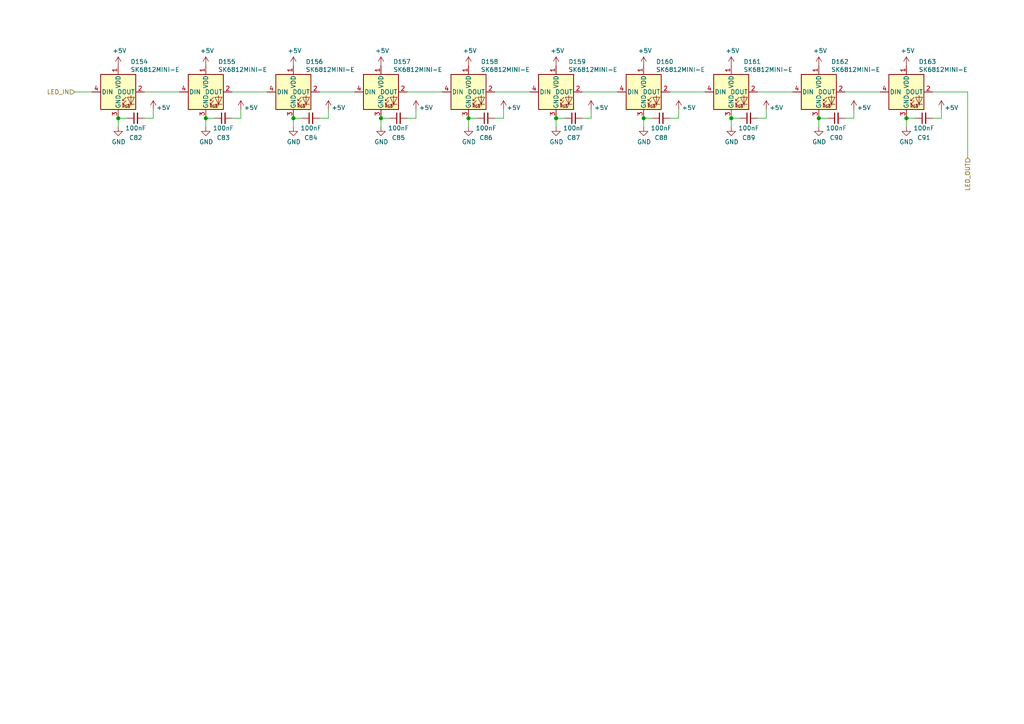
<source format=kicad_sch>
(kicad_sch (version 20210406) (generator eeschema)
  (paper "A4")
  (lib_symbols
    (symbol "Device:C_Small" (pin_numbers hide) (pin_names (offset 0.254) hide)
      (property "Reference" "C" (at 0.254 1.778 0))
      (property "Value" "C_Small" (at 0.254 -2.032 0))
      (symbol "C_Small_0_1"
        (polyline (pts (xy -1.524 -0.508) (xy 1.524 -0.508)) (stroke (width 0.3302)))
        (polyline (pts (xy -1.524 0.508) (xy 1.524 0.508)) (stroke (width 0.3048)))
      )
      (symbol "C_Small_1_1"
        (pin passive line (at 0 2.54 270) (length 2.032) (name "~") (number "1"))
        (pin passive line (at 0 -2.54 90) (length 2.032) (name "~") (number "2"))
      )
    )
    (symbol "chonc60:SK6812MINI-E_10" (pin_names (offset 0.254))
      (property "Reference" "D" (at 5.08 5.715 0))
      (property "Value" "SK6812MINI-E" (at 1.27 -5.715 0))
      (symbol "SK6812MINI-E_10_0_0"
        (text "RGB" (at 2.286 -4.191 0) (effects (font (size 0.762 0.762))))
      )
      (symbol "SK6812MINI-E_10_0_1"
        (rectangle (start 5.08 5.08) (end -5.08 -5.08) (stroke (width 0.254)) (fill (type background)))
        (polyline (pts (xy 1.27 -3.556) (xy 1.778 -3.556)))
        (polyline (pts (xy 1.27 -2.54) (xy 1.778 -2.54)))
        (polyline (pts (xy 4.699 -3.556) (xy 2.667 -3.556)))
        (polyline (pts (xy 2.286 -2.54) (xy 1.27 -3.556) (xy 1.27 -3.048)))
        (polyline (pts (xy 2.286 -1.524) (xy 1.27 -2.54) (xy 1.27 -2.032)))
        (polyline (pts (xy 3.683 -1.016) (xy 3.683 -3.556) (xy 3.683 -4.064)))
        (polyline (pts (xy 4.699 -1.524) (xy 2.667 -1.524) (xy 3.683 -3.556) (xy 4.699 -1.524)))
      )
      (symbol "SK6812MINI-E_10_1_1"
        (pin power_in line (at 0 7.62 270) (length 2.54) (name "VDD") (number "1"))
        (pin output line (at 7.62 0 180) (length 2.54) (name "DOUT") (number "2"))
        (pin power_in line (at 0 -7.62 90) (length 2.54) (name "GND") (number "3"))
        (pin input line (at -7.62 0 0) (length 2.54) (name "DIN") (number "4"))
      )
    )
    (symbol "chonc60:SK6812MINI-E_11" (pin_names (offset 0.254))
      (property "Reference" "D" (at 5.08 5.715 0))
      (property "Value" "SK6812MINI-E" (at 1.27 -5.715 0))
      (symbol "SK6812MINI-E_11_0_0"
        (text "RGB" (at 2.286 -4.191 0) (effects (font (size 0.762 0.762))))
      )
      (symbol "SK6812MINI-E_11_0_1"
        (rectangle (start 5.08 5.08) (end -5.08 -5.08) (stroke (width 0.254)) (fill (type background)))
        (polyline (pts (xy 1.27 -3.556) (xy 1.778 -3.556)))
        (polyline (pts (xy 1.27 -2.54) (xy 1.778 -2.54)))
        (polyline (pts (xy 4.699 -3.556) (xy 2.667 -3.556)))
        (polyline (pts (xy 2.286 -2.54) (xy 1.27 -3.556) (xy 1.27 -3.048)))
        (polyline (pts (xy 2.286 -1.524) (xy 1.27 -2.54) (xy 1.27 -2.032)))
        (polyline (pts (xy 3.683 -1.016) (xy 3.683 -3.556) (xy 3.683 -4.064)))
        (polyline (pts (xy 4.699 -1.524) (xy 2.667 -1.524) (xy 3.683 -3.556) (xy 4.699 -1.524)))
      )
      (symbol "SK6812MINI-E_11_1_1"
        (pin power_in line (at 0 7.62 270) (length 2.54) (name "VDD") (number "1"))
        (pin output line (at 7.62 0 180) (length 2.54) (name "DOUT") (number "2"))
        (pin power_in line (at 0 -7.62 90) (length 2.54) (name "GND") (number "3"))
        (pin input line (at -7.62 0 0) (length 2.54) (name "DIN") (number "4"))
      )
    )
    (symbol "chonc60:SK6812MINI-E_14" (pin_names (offset 0.254))
      (property "Reference" "D" (at 5.08 5.715 0))
      (property "Value" "SK6812MINI-E" (at 1.27 -5.715 0))
      (symbol "SK6812MINI-E_14_0_0"
        (text "RGB" (at 2.286 -4.191 0) (effects (font (size 0.762 0.762))))
      )
      (symbol "SK6812MINI-E_14_0_1"
        (rectangle (start 5.08 5.08) (end -5.08 -5.08) (stroke (width 0.254)) (fill (type background)))
        (polyline (pts (xy 1.27 -3.556) (xy 1.778 -3.556)))
        (polyline (pts (xy 1.27 -2.54) (xy 1.778 -2.54)))
        (polyline (pts (xy 4.699 -3.556) (xy 2.667 -3.556)))
        (polyline (pts (xy 2.286 -2.54) (xy 1.27 -3.556) (xy 1.27 -3.048)))
        (polyline (pts (xy 2.286 -1.524) (xy 1.27 -2.54) (xy 1.27 -2.032)))
        (polyline (pts (xy 3.683 -1.016) (xy 3.683 -3.556) (xy 3.683 -4.064)))
        (polyline (pts (xy 4.699 -1.524) (xy 2.667 -1.524) (xy 3.683 -3.556) (xy 4.699 -1.524)))
      )
      (symbol "SK6812MINI-E_14_1_1"
        (pin power_in line (at 0 7.62 270) (length 2.54) (name "VDD") (number "1"))
        (pin output line (at 7.62 0 180) (length 2.54) (name "DOUT") (number "2"))
        (pin power_in line (at 0 -7.62 90) (length 2.54) (name "GND") (number "3"))
        (pin input line (at -7.62 0 0) (length 2.54) (name "DIN") (number "4"))
      )
    )
    (symbol "chonc60:SK6812MINI-E_3" (pin_names (offset 0.254))
      (property "Reference" "D" (at 5.08 5.715 0))
      (property "Value" "SK6812MINI-E" (at 1.27 -5.715 0))
      (symbol "SK6812MINI-E_3_0_0"
        (text "RGB" (at 2.286 -4.191 0) (effects (font (size 0.762 0.762))))
      )
      (symbol "SK6812MINI-E_3_0_1"
        (rectangle (start 5.08 5.08) (end -5.08 -5.08) (stroke (width 0.254)) (fill (type background)))
        (polyline (pts (xy 1.27 -3.556) (xy 1.778 -3.556)))
        (polyline (pts (xy 1.27 -2.54) (xy 1.778 -2.54)))
        (polyline (pts (xy 4.699 -3.556) (xy 2.667 -3.556)))
        (polyline (pts (xy 2.286 -2.54) (xy 1.27 -3.556) (xy 1.27 -3.048)))
        (polyline (pts (xy 2.286 -1.524) (xy 1.27 -2.54) (xy 1.27 -2.032)))
        (polyline (pts (xy 3.683 -1.016) (xy 3.683 -3.556) (xy 3.683 -4.064)))
        (polyline (pts (xy 4.699 -1.524) (xy 2.667 -1.524) (xy 3.683 -3.556) (xy 4.699 -1.524)))
      )
      (symbol "SK6812MINI-E_3_1_1"
        (pin power_in line (at 0 7.62 270) (length 2.54) (name "VDD") (number "1"))
        (pin output line (at 7.62 0 180) (length 2.54) (name "DOUT") (number "2"))
        (pin power_in line (at 0 -7.62 90) (length 2.54) (name "GND") (number "3"))
        (pin input line (at -7.62 0 0) (length 2.54) (name "DIN") (number "4"))
      )
    )
    (symbol "chonc60:SK6812MINI-E_4" (pin_names (offset 0.254))
      (property "Reference" "D" (at 5.08 5.715 0))
      (property "Value" "SK6812MINI-E" (at 1.27 -5.715 0))
      (symbol "SK6812MINI-E_4_0_0"
        (text "RGB" (at 2.286 -4.191 0) (effects (font (size 0.762 0.762))))
      )
      (symbol "SK6812MINI-E_4_0_1"
        (rectangle (start 5.08 5.08) (end -5.08 -5.08) (stroke (width 0.254)) (fill (type background)))
        (polyline (pts (xy 1.27 -3.556) (xy 1.778 -3.556)))
        (polyline (pts (xy 1.27 -2.54) (xy 1.778 -2.54)))
        (polyline (pts (xy 4.699 -3.556) (xy 2.667 -3.556)))
        (polyline (pts (xy 2.286 -2.54) (xy 1.27 -3.556) (xy 1.27 -3.048)))
        (polyline (pts (xy 2.286 -1.524) (xy 1.27 -2.54) (xy 1.27 -2.032)))
        (polyline (pts (xy 3.683 -1.016) (xy 3.683 -3.556) (xy 3.683 -4.064)))
        (polyline (pts (xy 4.699 -1.524) (xy 2.667 -1.524) (xy 3.683 -3.556) (xy 4.699 -1.524)))
      )
      (symbol "SK6812MINI-E_4_1_1"
        (pin power_in line (at 0 7.62 270) (length 2.54) (name "VDD") (number "1"))
        (pin output line (at 7.62 0 180) (length 2.54) (name "DOUT") (number "2"))
        (pin power_in line (at 0 -7.62 90) (length 2.54) (name "GND") (number "3"))
        (pin input line (at -7.62 0 0) (length 2.54) (name "DIN") (number "4"))
      )
    )
    (symbol "chonc60:SK6812MINI-E_5" (pin_names (offset 0.254))
      (property "Reference" "D" (at 5.08 5.715 0))
      (property "Value" "SK6812MINI-E" (at 1.27 -5.715 0))
      (symbol "SK6812MINI-E_5_0_0"
        (text "RGB" (at 2.286 -4.191 0) (effects (font (size 0.762 0.762))))
      )
      (symbol "SK6812MINI-E_5_0_1"
        (rectangle (start 5.08 5.08) (end -5.08 -5.08) (stroke (width 0.254)) (fill (type background)))
        (polyline (pts (xy 1.27 -3.556) (xy 1.778 -3.556)))
        (polyline (pts (xy 1.27 -2.54) (xy 1.778 -2.54)))
        (polyline (pts (xy 4.699 -3.556) (xy 2.667 -3.556)))
        (polyline (pts (xy 2.286 -2.54) (xy 1.27 -3.556) (xy 1.27 -3.048)))
        (polyline (pts (xy 2.286 -1.524) (xy 1.27 -2.54) (xy 1.27 -2.032)))
        (polyline (pts (xy 3.683 -1.016) (xy 3.683 -3.556) (xy 3.683 -4.064)))
        (polyline (pts (xy 4.699 -1.524) (xy 2.667 -1.524) (xy 3.683 -3.556) (xy 4.699 -1.524)))
      )
      (symbol "SK6812MINI-E_5_1_1"
        (pin power_in line (at 0 7.62 270) (length 2.54) (name "VDD") (number "1"))
        (pin output line (at 7.62 0 180) (length 2.54) (name "DOUT") (number "2"))
        (pin power_in line (at 0 -7.62 90) (length 2.54) (name "GND") (number "3"))
        (pin input line (at -7.62 0 0) (length 2.54) (name "DIN") (number "4"))
      )
    )
    (symbol "chonc60:SK6812MINI-E_6" (pin_names (offset 0.254))
      (property "Reference" "D" (at 5.08 5.715 0))
      (property "Value" "SK6812MINI-E" (at 1.27 -5.715 0))
      (symbol "SK6812MINI-E_6_0_0"
        (text "RGB" (at 2.286 -4.191 0) (effects (font (size 0.762 0.762))))
      )
      (symbol "SK6812MINI-E_6_0_1"
        (rectangle (start 5.08 5.08) (end -5.08 -5.08) (stroke (width 0.254)) (fill (type background)))
        (polyline (pts (xy 1.27 -3.556) (xy 1.778 -3.556)))
        (polyline (pts (xy 1.27 -2.54) (xy 1.778 -2.54)))
        (polyline (pts (xy 4.699 -3.556) (xy 2.667 -3.556)))
        (polyline (pts (xy 2.286 -2.54) (xy 1.27 -3.556) (xy 1.27 -3.048)))
        (polyline (pts (xy 2.286 -1.524) (xy 1.27 -2.54) (xy 1.27 -2.032)))
        (polyline (pts (xy 3.683 -1.016) (xy 3.683 -3.556) (xy 3.683 -4.064)))
        (polyline (pts (xy 4.699 -1.524) (xy 2.667 -1.524) (xy 3.683 -3.556) (xy 4.699 -1.524)))
      )
      (symbol "SK6812MINI-E_6_1_1"
        (pin power_in line (at 0 7.62 270) (length 2.54) (name "VDD") (number "1"))
        (pin output line (at 7.62 0 180) (length 2.54) (name "DOUT") (number "2"))
        (pin power_in line (at 0 -7.62 90) (length 2.54) (name "GND") (number "3"))
        (pin input line (at -7.62 0 0) (length 2.54) (name "DIN") (number "4"))
      )
    )
    (symbol "chonc60:SK6812MINI-E_7" (pin_names (offset 0.254))
      (property "Reference" "D" (at 5.08 5.715 0))
      (property "Value" "SK6812MINI-E" (at 1.27 -5.715 0))
      (symbol "SK6812MINI-E_7_0_0"
        (text "RGB" (at 2.286 -4.191 0) (effects (font (size 0.762 0.762))))
      )
      (symbol "SK6812MINI-E_7_0_1"
        (rectangle (start 5.08 5.08) (end -5.08 -5.08) (stroke (width 0.254)) (fill (type background)))
        (polyline (pts (xy 1.27 -3.556) (xy 1.778 -3.556)))
        (polyline (pts (xy 1.27 -2.54) (xy 1.778 -2.54)))
        (polyline (pts (xy 4.699 -3.556) (xy 2.667 -3.556)))
        (polyline (pts (xy 2.286 -2.54) (xy 1.27 -3.556) (xy 1.27 -3.048)))
        (polyline (pts (xy 2.286 -1.524) (xy 1.27 -2.54) (xy 1.27 -2.032)))
        (polyline (pts (xy 3.683 -1.016) (xy 3.683 -3.556) (xy 3.683 -4.064)))
        (polyline (pts (xy 4.699 -1.524) (xy 2.667 -1.524) (xy 3.683 -3.556) (xy 4.699 -1.524)))
      )
      (symbol "SK6812MINI-E_7_1_1"
        (pin power_in line (at 0 7.62 270) (length 2.54) (name "VDD") (number "1"))
        (pin output line (at 7.62 0 180) (length 2.54) (name "DOUT") (number "2"))
        (pin power_in line (at 0 -7.62 90) (length 2.54) (name "GND") (number "3"))
        (pin input line (at -7.62 0 0) (length 2.54) (name "DIN") (number "4"))
      )
    )
    (symbol "chonc60:SK6812MINI-E_8" (pin_names (offset 0.254))
      (property "Reference" "D" (at 5.08 5.715 0))
      (property "Value" "SK6812MINI-E" (at 1.27 -5.715 0))
      (symbol "SK6812MINI-E_8_0_0"
        (text "RGB" (at 2.286 -4.191 0) (effects (font (size 0.762 0.762))))
      )
      (symbol "SK6812MINI-E_8_0_1"
        (rectangle (start 5.08 5.08) (end -5.08 -5.08) (stroke (width 0.254)) (fill (type background)))
        (polyline (pts (xy 1.27 -3.556) (xy 1.778 -3.556)))
        (polyline (pts (xy 1.27 -2.54) (xy 1.778 -2.54)))
        (polyline (pts (xy 4.699 -3.556) (xy 2.667 -3.556)))
        (polyline (pts (xy 2.286 -2.54) (xy 1.27 -3.556) (xy 1.27 -3.048)))
        (polyline (pts (xy 2.286 -1.524) (xy 1.27 -2.54) (xy 1.27 -2.032)))
        (polyline (pts (xy 3.683 -1.016) (xy 3.683 -3.556) (xy 3.683 -4.064)))
        (polyline (pts (xy 4.699 -1.524) (xy 2.667 -1.524) (xy 3.683 -3.556) (xy 4.699 -1.524)))
      )
      (symbol "SK6812MINI-E_8_1_1"
        (pin power_in line (at 0 7.62 270) (length 2.54) (name "VDD") (number "1"))
        (pin output line (at 7.62 0 180) (length 2.54) (name "DOUT") (number "2"))
        (pin power_in line (at 0 -7.62 90) (length 2.54) (name "GND") (number "3"))
        (pin input line (at -7.62 0 0) (length 2.54) (name "DIN") (number "4"))
      )
    )
    (symbol "chonc60:SK6812MINI-E_9" (pin_names (offset 0.254))
      (property "Reference" "D" (at 5.08 5.715 0))
      (property "Value" "SK6812MINI-E" (at 1.27 -5.715 0))
      (symbol "SK6812MINI-E_9_0_0"
        (text "RGB" (at 2.286 -4.191 0) (effects (font (size 0.762 0.762))))
      )
      (symbol "SK6812MINI-E_9_0_1"
        (rectangle (start 5.08 5.08) (end -5.08 -5.08) (stroke (width 0.254)) (fill (type background)))
        (polyline (pts (xy 1.27 -3.556) (xy 1.778 -3.556)))
        (polyline (pts (xy 1.27 -2.54) (xy 1.778 -2.54)))
        (polyline (pts (xy 4.699 -3.556) (xy 2.667 -3.556)))
        (polyline (pts (xy 2.286 -2.54) (xy 1.27 -3.556) (xy 1.27 -3.048)))
        (polyline (pts (xy 2.286 -1.524) (xy 1.27 -2.54) (xy 1.27 -2.032)))
        (polyline (pts (xy 3.683 -1.016) (xy 3.683 -3.556) (xy 3.683 -4.064)))
        (polyline (pts (xy 4.699 -1.524) (xy 2.667 -1.524) (xy 3.683 -3.556) (xy 4.699 -1.524)))
      )
      (symbol "SK6812MINI-E_9_1_1"
        (pin power_in line (at 0 7.62 270) (length 2.54) (name "VDD") (number "1"))
        (pin output line (at 7.62 0 180) (length 2.54) (name "DOUT") (number "2"))
        (pin power_in line (at 0 -7.62 90) (length 2.54) (name "GND") (number "3"))
        (pin input line (at -7.62 0 0) (length 2.54) (name "DIN") (number "4"))
      )
    )
    (symbol "power:+5V" (power) (pin_names (offset 0))
      (property "Value" "+5V" (at 0 3.556 0))
      (symbol "+5V_0_1"
        (polyline (pts (xy -0.762 1.27) (xy 0 2.54)))
        (polyline (pts (xy 0 0) (xy 0 2.54)))
        (polyline (pts (xy 0 2.54) (xy 0.762 1.27)))
      )
      (symbol "+5V_1_1"
        (pin power_in line (at 0 0 90) (length 0) hide (name "+5V") (number "1"))
      )
    )
    (symbol "power:GND" (power) (pin_names (offset 0))
      (property "Value" "GND" (at 0 -3.81 0))
      (symbol "GND_0_1"
        (polyline (pts (xy 0 0) (xy 0 -1.27) (xy 1.27 -1.27) (xy 0 -2.54) (xy -1.27 -1.27) (xy 0 -1.27)))
      )
      (symbol "GND_1_1"
        (pin power_in line (at 0 0 270) (length 0) hide (name "GND") (number "1"))
      )
    )
  )
  (junction (at 34.29 34.29) (diameter 1.016))
  (junction (at 59.69 34.29) (diameter 1.016))
  (junction (at 85.09 34.29) (diameter 1.016))
  (junction (at 110.49 34.29) (diameter 1.016))
  (junction (at 135.89 34.29) (diameter 1.016))
  (junction (at 161.29 34.29) (diameter 1.016))
  (junction (at 186.69 34.29) (diameter 1.016))
  (junction (at 212.09 34.29) (diameter 1.016))
  (junction (at 237.49 34.29) (diameter 1.016))
  (junction (at 262.89 34.29) (diameter 1.016))
  (wire (pts (xy 21.59 26.67) (xy 26.67 26.67)))
  (wire (pts (xy 34.29 34.29) (xy 36.83 34.29)))
  (wire (pts (xy 34.29 36.83) (xy 34.29 34.29)))
  (wire (pts (xy 41.91 26.67) (xy 52.07 26.67)))
  (wire (pts (xy 41.91 34.29) (xy 44.45 34.29)))
  (wire (pts (xy 44.45 31.75) (xy 44.45 34.29)))
  (wire (pts (xy 59.69 34.29) (xy 62.23 34.29)))
  (wire (pts (xy 59.69 36.83) (xy 59.69 34.29)))
  (wire (pts (xy 67.31 26.67) (xy 77.47 26.67)))
  (wire (pts (xy 67.31 34.29) (xy 69.85 34.29)))
  (wire (pts (xy 69.85 31.75) (xy 69.85 34.29)))
  (wire (pts (xy 85.09 34.29) (xy 87.63 34.29)))
  (wire (pts (xy 85.09 36.83) (xy 85.09 34.29)))
  (wire (pts (xy 92.71 26.67) (xy 102.87 26.67)))
  (wire (pts (xy 92.71 34.29) (xy 95.25 34.29)))
  (wire (pts (xy 95.25 31.75) (xy 95.25 34.29)))
  (wire (pts (xy 110.49 34.29) (xy 113.03 34.29)))
  (wire (pts (xy 110.49 36.83) (xy 110.49 34.29)))
  (wire (pts (xy 118.11 26.67) (xy 128.27 26.67)))
  (wire (pts (xy 118.11 34.29) (xy 120.65 34.29)))
  (wire (pts (xy 120.65 31.75) (xy 120.65 34.29)))
  (wire (pts (xy 135.89 34.29) (xy 138.43 34.29)))
  (wire (pts (xy 135.89 36.83) (xy 135.89 34.29)))
  (wire (pts (xy 143.51 26.67) (xy 153.67 26.67)))
  (wire (pts (xy 143.51 34.29) (xy 146.05 34.29)))
  (wire (pts (xy 146.05 31.75) (xy 146.05 34.29)))
  (wire (pts (xy 161.29 34.29) (xy 163.83 34.29)))
  (wire (pts (xy 161.29 36.83) (xy 161.29 34.29)))
  (wire (pts (xy 168.91 26.67) (xy 179.07 26.67)))
  (wire (pts (xy 168.91 34.29) (xy 171.45 34.29)))
  (wire (pts (xy 171.45 31.75) (xy 171.45 34.29)))
  (wire (pts (xy 186.69 34.29) (xy 189.23 34.29)))
  (wire (pts (xy 186.69 36.83) (xy 186.69 34.29)))
  (wire (pts (xy 194.31 26.67) (xy 204.47 26.67)))
  (wire (pts (xy 194.31 34.29) (xy 196.85 34.29)))
  (wire (pts (xy 196.85 31.75) (xy 196.85 34.29)))
  (wire (pts (xy 212.09 34.29) (xy 214.63 34.29)))
  (wire (pts (xy 212.09 36.83) (xy 212.09 34.29)))
  (wire (pts (xy 219.71 26.67) (xy 229.87 26.67)))
  (wire (pts (xy 219.71 34.29) (xy 222.25 34.29)))
  (wire (pts (xy 222.25 31.75) (xy 222.25 34.29)))
  (wire (pts (xy 237.49 34.29) (xy 240.03 34.29)))
  (wire (pts (xy 237.49 36.83) (xy 237.49 34.29)))
  (wire (pts (xy 245.11 26.67) (xy 255.27 26.67)))
  (wire (pts (xy 245.11 34.29) (xy 247.65 34.29)))
  (wire (pts (xy 247.65 31.75) (xy 247.65 34.29)))
  (wire (pts (xy 262.89 34.29) (xy 265.43 34.29)))
  (wire (pts (xy 262.89 36.83) (xy 262.89 34.29)))
  (wire (pts (xy 270.51 26.67) (xy 280.67 26.67)))
  (wire (pts (xy 270.51 34.29) (xy 273.05 34.29)))
  (wire (pts (xy 273.05 31.75) (xy 273.05 34.29)))
  (wire (pts (xy 280.67 45.72) (xy 280.67 26.67)))
  (hierarchical_label "LED_IN" (shape input) (at 21.59 26.67 180))
  (hierarchical_label "LED_OUT" (shape input) (at 280.67 45.72 270))
  (symbol (lib_id "power:+5V") (at 34.29 19.05 0) (unit 1)
    (property "Reference" "#PWR0244" (effects hide))
    (property "Value" "+5V" (at 34.6583 14.7256 0))
  )
  (symbol (lib_id "power:+5V") (at 44.45 31.75 0) (unit 1)
    (property "Reference" "#PWR0254" (effects hide))
    (property "Value" "+5V" (at 47.3583 31.2356 0))
  )
  (symbol (lib_id "power:+5V") (at 59.69 19.05 0) (unit 1)
    (property "Reference" "#PWR0245" (effects hide))
    (property "Value" "+5V" (at 60.0583 14.7256 0))
  )
  (symbol (lib_id "power:+5V") (at 69.85 31.75 0) (unit 1)
    (property "Reference" "#PWR0255" (effects hide))
    (property "Value" "+5V" (at 72.7583 31.2356 0))
  )
  (symbol (lib_id "power:+5V") (at 85.09 19.05 0) (unit 1)
    (property "Reference" "#PWR0246" (effects hide))
    (property "Value" "+5V" (at 85.4583 14.7256 0))
  )
  (symbol (lib_id "power:+5V") (at 95.25 31.75 0) (unit 1)
    (property "Reference" "#PWR0256" (effects hide))
    (property "Value" "+5V" (at 98.1583 31.2356 0))
  )
  (symbol (lib_id "power:+5V") (at 110.49 19.05 0) (unit 1)
    (property "Reference" "#PWR0247" (effects hide))
    (property "Value" "+5V" (at 110.8583 14.7256 0))
  )
  (symbol (lib_id "power:+5V") (at 120.65 31.75 0) (unit 1)
    (property "Reference" "#PWR0257" (effects hide))
    (property "Value" "+5V" (at 123.5583 31.2356 0))
  )
  (symbol (lib_id "power:+5V") (at 135.89 19.05 0) (unit 1)
    (property "Reference" "#PWR0248" (effects hide))
    (property "Value" "+5V" (at 136.2583 14.7256 0))
  )
  (symbol (lib_id "power:+5V") (at 146.05 31.75 0) (unit 1)
    (property "Reference" "#PWR0258" (effects hide))
    (property "Value" "+5V" (at 148.9583 31.2356 0))
  )
  (symbol (lib_id "power:+5V") (at 161.29 19.05 0) (unit 1)
    (property "Reference" "#PWR0249" (effects hide))
    (property "Value" "+5V" (at 161.6583 14.7256 0))
  )
  (symbol (lib_id "power:+5V") (at 171.45 31.75 0) (unit 1)
    (property "Reference" "#PWR0259" (effects hide))
    (property "Value" "+5V" (at 174.3583 31.2356 0))
  )
  (symbol (lib_id "power:+5V") (at 186.69 19.05 0) (unit 1)
    (property "Reference" "#PWR0250" (effects hide))
    (property "Value" "+5V" (at 187.0583 14.7256 0))
  )
  (symbol (lib_id "power:+5V") (at 196.85 31.75 0) (unit 1)
    (property "Reference" "#PWR0260" (effects hide))
    (property "Value" "+5V" (at 199.7583 31.2356 0))
  )
  (symbol (lib_id "power:+5V") (at 212.09 19.05 0) (unit 1)
    (property "Reference" "#PWR0251" (effects hide))
    (property "Value" "+5V" (at 212.4583 14.7256 0))
  )
  (symbol (lib_id "power:+5V") (at 222.25 31.75 0) (unit 1)
    (property "Reference" "#PWR0261" (effects hide))
    (property "Value" "+5V" (at 225.1583 31.2356 0))
  )
  (symbol (lib_id "power:+5V") (at 237.49 19.05 0) (unit 1)
    (property "Reference" "#PWR0252" (effects hide))
    (property "Value" "+5V" (at 237.8583 14.7256 0))
  )
  (symbol (lib_id "power:+5V") (at 247.65 31.75 0) (unit 1)
    (property "Reference" "#PWR0262" (effects hide))
    (property "Value" "+5V" (at 250.5583 31.2356 0))
  )
  (symbol (lib_id "power:+5V") (at 262.89 19.05 0) (unit 1)
    (property "Reference" "#PWR0253" (effects hide))
    (property "Value" "+5V" (at 263.2583 14.7256 0))
  )
  (symbol (lib_id "power:+5V") (at 273.05 31.75 0) (unit 1)
    (property "Reference" "#PWR0263" (effects hide))
    (property "Value" "+5V" (at 275.9583 31.2356 0))
  )
  (symbol (lib_id "power:GND") (at 34.29 36.83 0) (unit 1)
    (property "Reference" "#PWR0264" (effects hide))
    (property "Value" "GND" (at 34.4043 41.1544 0))
  )
  (symbol (lib_id "power:GND") (at 59.69 36.83 0) (unit 1)
    (property "Reference" "#PWR0265" (effects hide))
    (property "Value" "GND" (at 59.8043 41.1544 0))
  )
  (symbol (lib_id "power:GND") (at 85.09 36.83 0) (unit 1)
    (property "Reference" "#PWR0266" (effects hide))
    (property "Value" "GND" (at 85.2043 41.1544 0))
  )
  (symbol (lib_id "power:GND") (at 110.49 36.83 0) (unit 1)
    (property "Reference" "#PWR0267" (effects hide))
    (property "Value" "GND" (at 110.6043 41.1544 0))
  )
  (symbol (lib_id "power:GND") (at 135.89 36.83 0) (unit 1)
    (property "Reference" "#PWR0268" (effects hide))
    (property "Value" "GND" (at 136.0043 41.1544 0))
  )
  (symbol (lib_id "power:GND") (at 161.29 36.83 0) (unit 1)
    (property "Reference" "#PWR0269" (effects hide))
    (property "Value" "GND" (at 161.4043 41.1544 0))
  )
  (symbol (lib_id "power:GND") (at 186.69 36.83 0) (unit 1)
    (property "Reference" "#PWR0270" (effects hide))
    (property "Value" "GND" (at 186.8043 41.1544 0))
  )
  (symbol (lib_id "power:GND") (at 212.09 36.83 0) (unit 1)
    (property "Reference" "#PWR0271" (effects hide))
    (property "Value" "GND" (at 212.2043 41.1544 0))
  )
  (symbol (lib_id "power:GND") (at 237.49 36.83 0) (unit 1)
    (property "Reference" "#PWR0272" (effects hide))
    (property "Value" "GND" (at 237.6043 41.1544 0))
  )
  (symbol (lib_id "power:GND") (at 262.89 36.83 0) (unit 1)
    (property "Reference" "#PWR053" (effects hide))
    (property "Value" "GND" (at 262.89 41.1544 0))
  )
  (symbol (lib_id "Device:C_Small") (at 39.37 34.29 90) (unit 1)
    (property "Reference" "C82" (at 39.37 39.9477 90))
    (property "Value" "100nF" (at 39.37 37.166 90))
    (property "Footprint" "Capacitor_SMD:C_0603_1608Metric" (effects hide))
  )
  (symbol (lib_id "Device:C_Small") (at 64.77 34.29 90) (unit 1)
    (property "Reference" "C83" (at 64.77 39.9477 90))
    (property "Value" "100nF" (at 64.77 37.166 90))
    (property "Footprint" "Capacitor_SMD:C_0603_1608Metric" (effects hide))
  )
  (symbol (lib_id "Device:C_Small") (at 90.17 34.29 90) (unit 1)
    (property "Reference" "C84" (at 90.17 39.9477 90))
    (property "Value" "100nF" (at 90.17 37.166 90))
    (property "Footprint" "Capacitor_SMD:C_0603_1608Metric" (effects hide))
  )
  (symbol (lib_id "Device:C_Small") (at 115.57 34.29 90) (unit 1)
    (property "Reference" "C85" (at 115.57 39.9477 90))
    (property "Value" "100nF" (at 115.57 37.166 90))
    (property "Footprint" "Capacitor_SMD:C_0603_1608Metric" (effects hide))
  )
  (symbol (lib_id "Device:C_Small") (at 140.97 34.29 90) (unit 1)
    (property "Reference" "C86" (at 140.97 39.9477 90))
    (property "Value" "100nF" (at 140.97 37.166 90))
    (property "Footprint" "Capacitor_SMD:C_0603_1608Metric" (effects hide))
  )
  (symbol (lib_id "Device:C_Small") (at 166.37 34.29 90) (unit 1)
    (property "Reference" "C87" (at 166.37 39.9477 90))
    (property "Value" "100nF" (at 166.37 37.166 90))
    (property "Footprint" "Capacitor_SMD:C_0603_1608Metric" (effects hide))
  )
  (symbol (lib_id "Device:C_Small") (at 191.77 34.29 90) (unit 1)
    (property "Reference" "C88" (at 191.77 39.9477 90))
    (property "Value" "100nF" (at 191.77 37.166 90))
    (property "Footprint" "Capacitor_SMD:C_0603_1608Metric" (effects hide))
  )
  (symbol (lib_id "Device:C_Small") (at 217.17 34.29 90) (unit 1)
    (property "Reference" "C89" (at 217.17 39.9477 90))
    (property "Value" "100nF" (at 217.17 37.166 90))
    (property "Footprint" "Capacitor_SMD:C_0603_1608Metric" (effects hide))
  )
  (symbol (lib_id "Device:C_Small") (at 242.57 34.29 90) (unit 1)
    (property "Reference" "C90" (at 242.57 39.9477 90))
    (property "Value" "100nF" (at 242.57 37.166 90))
    (property "Footprint" "Capacitor_SMD:C_0603_1608Metric" (effects hide))
  )
  (symbol (lib_id "Device:C_Small") (at 267.97 34.29 90) (unit 1)
    (property "Reference" "C91" (at 267.97 39.9477 90))
    (property "Value" "100nF" (at 267.97 37.166 90))
    (property "Footprint" "Capacitor_SMD:C_0603_1608Metric" (effects hide))
  )
  (symbol (lib_name "chonc60:SK6812MINI-E_14") (lib_id "chonc60:SK6812MINI-E") (at 34.29 26.67 0) (unit 1)
    (property "Reference" "D154" (at 37.8461 17.9006 0) (effects (justify left)))
    (property "Value" "SK6812MINI-E" (at 37.8461 20.1993 0) (effects (justify left)))
    (property "Footprint" "chonc60:LED_SK6812_MINI_E_REVERSE" (effects hide))
    (property "Datasheet" "https://ecksteinimg.de/Datasheet/LED/LED0011/SK6812MINI-E_REV02_EN.pdf" (effects hide))
    (property "License" "This symbol is based off of the SK6812 official KiCad symbol and is thus under its modified CC-BY-SA 4.0 license instead of MIT" (effects hide))
  )
  (symbol (lib_name "chonc60:SK6812MINI-E_11") (lib_id "chonc60:SK6812MINI-E") (at 59.69 26.67 0) (unit 1)
    (property "Reference" "D155" (at 63.2461 17.9006 0) (effects (justify left)))
    (property "Value" "SK6812MINI-E" (at 63.2461 20.1993 0) (effects (justify left)))
    (property "Footprint" "chonc60:LED_SK6812_MINI_E_REVERSE" (effects hide))
    (property "Datasheet" "https://ecksteinimg.de/Datasheet/LED/LED0011/SK6812MINI-E_REV02_EN.pdf" (effects hide))
    (property "License" "This symbol is based off of the SK6812 official KiCad symbol and is thus under its modified CC-BY-SA 4.0 license instead of MIT" (effects hide))
  )
  (symbol (lib_name "chonc60:SK6812MINI-E_10") (lib_id "chonc60:SK6812MINI-E") (at 85.09 26.67 0) (unit 1)
    (property "Reference" "D156" (at 88.6461 17.9006 0) (effects (justify left)))
    (property "Value" "SK6812MINI-E" (at 88.6461 20.1993 0) (effects (justify left)))
    (property "Footprint" "chonc60:LED_SK6812_MINI_E_REVERSE" (effects hide))
    (property "Datasheet" "https://ecksteinimg.de/Datasheet/LED/LED0011/SK6812MINI-E_REV02_EN.pdf" (effects hide))
    (property "License" "This symbol is based off of the SK6812 official KiCad symbol and is thus under its modified CC-BY-SA 4.0 license instead of MIT" (effects hide))
  )
  (symbol (lib_name "chonc60:SK6812MINI-E_7") (lib_id "chonc60:SK6812MINI-E") (at 110.49 26.67 0) (unit 1)
    (property "Reference" "D157" (at 114.0461 17.9006 0) (effects (justify left)))
    (property "Value" "SK6812MINI-E" (at 114.0461 20.1993 0) (effects (justify left)))
    (property "Footprint" "chonc60:LED_SK6812_MINI_E_REVERSE" (effects hide))
    (property "Datasheet" "https://ecksteinimg.de/Datasheet/LED/LED0011/SK6812MINI-E_REV02_EN.pdf" (effects hide))
    (property "License" "This symbol is based off of the SK6812 official KiCad symbol and is thus under its modified CC-BY-SA 4.0 license instead of MIT" (effects hide))
  )
  (symbol (lib_name "chonc60:SK6812MINI-E_8") (lib_id "chonc60:SK6812MINI-E") (at 135.89 26.67 0) (unit 1)
    (property "Reference" "D158" (at 139.4461 17.9006 0) (effects (justify left)))
    (property "Value" "SK6812MINI-E" (at 139.4461 20.1993 0) (effects (justify left)))
    (property "Footprint" "chonc60:LED_SK6812_MINI_E_REVERSE" (effects hide))
    (property "Datasheet" "https://ecksteinimg.de/Datasheet/LED/LED0011/SK6812MINI-E_REV02_EN.pdf" (effects hide))
    (property "License" "This symbol is based off of the SK6812 official KiCad symbol and is thus under its modified CC-BY-SA 4.0 license instead of MIT" (effects hide))
  )
  (symbol (lib_name "chonc60:SK6812MINI-E_6") (lib_id "chonc60:SK6812MINI-E") (at 161.29 26.67 0) (unit 1)
    (property "Reference" "D159" (at 164.8461 17.9006 0) (effects (justify left)))
    (property "Value" "SK6812MINI-E" (at 164.8461 20.1993 0) (effects (justify left)))
    (property "Footprint" "chonc60:LED_SK6812_MINI_E_REVERSE" (effects hide))
    (property "Datasheet" "https://ecksteinimg.de/Datasheet/LED/LED0011/SK6812MINI-E_REV02_EN.pdf" (effects hide))
    (property "License" "This symbol is based off of the SK6812 official KiCad symbol and is thus under its modified CC-BY-SA 4.0 license instead of MIT" (effects hide))
  )
  (symbol (lib_name "chonc60:SK6812MINI-E_9") (lib_id "chonc60:SK6812MINI-E") (at 186.69 26.67 0) (unit 1)
    (property "Reference" "D160" (at 190.2461 17.9006 0) (effects (justify left)))
    (property "Value" "SK6812MINI-E" (at 190.2461 20.1993 0) (effects (justify left)))
    (property "Footprint" "chonc60:LED_SK6812_MINI_E_REVERSE" (effects hide))
    (property "Datasheet" "https://ecksteinimg.de/Datasheet/LED/LED0011/SK6812MINI-E_REV02_EN.pdf" (effects hide))
    (property "License" "This symbol is based off of the SK6812 official KiCad symbol and is thus under its modified CC-BY-SA 4.0 license instead of MIT" (effects hide))
  )
  (symbol (lib_name "chonc60:SK6812MINI-E_3") (lib_id "chonc60:SK6812MINI-E") (at 212.09 26.67 0) (unit 1)
    (property "Reference" "D161" (at 215.6461 17.9006 0) (effects (justify left)))
    (property "Value" "SK6812MINI-E" (at 215.6461 20.1993 0) (effects (justify left)))
    (property "Footprint" "chonc60:LED_SK6812_MINI_E_REVERSE" (effects hide))
    (property "Datasheet" "https://ecksteinimg.de/Datasheet/LED/LED0011/SK6812MINI-E_REV02_EN.pdf" (effects hide))
    (property "License" "This symbol is based off of the SK6812 official KiCad symbol and is thus under its modified CC-BY-SA 4.0 license instead of MIT" (effects hide))
  )
  (symbol (lib_name "chonc60:SK6812MINI-E_5") (lib_id "chonc60:SK6812MINI-E") (at 237.49 26.67 0) (unit 1)
    (property "Reference" "D162" (at 241.0461 17.9006 0) (effects (justify left)))
    (property "Value" "SK6812MINI-E" (at 241.0461 20.1993 0) (effects (justify left)))
    (property "Footprint" "chonc60:LED_SK6812_MINI_E_REVERSE" (effects hide))
    (property "Datasheet" "https://ecksteinimg.de/Datasheet/LED/LED0011/SK6812MINI-E_REV02_EN.pdf" (effects hide))
    (property "License" "This symbol is based off of the SK6812 official KiCad symbol and is thus under its modified CC-BY-SA 4.0 license instead of MIT" (effects hide))
  )
  (symbol (lib_name "chonc60:SK6812MINI-E_4") (lib_id "chonc60:SK6812MINI-E") (at 262.89 26.67 0) (unit 1)
    (property "Reference" "D163" (at 266.4461 17.9006 0) (effects (justify left)))
    (property "Value" "SK6812MINI-E" (at 266.4461 20.1993 0) (effects (justify left)))
    (property "Footprint" "chonc60:LED_SK6812_MINI_E_REVERSE" (effects hide))
    (property "Datasheet" "https://ecksteinimg.de/Datasheet/LED/LED0011/SK6812MINI-E_REV02_EN.pdf" (effects hide))
    (property "License" "This symbol is based off of the SK6812 official KiCad symbol and is thus under its modified CC-BY-SA 4.0 license instead of MIT" (effects hide))
  )
)
</source>
